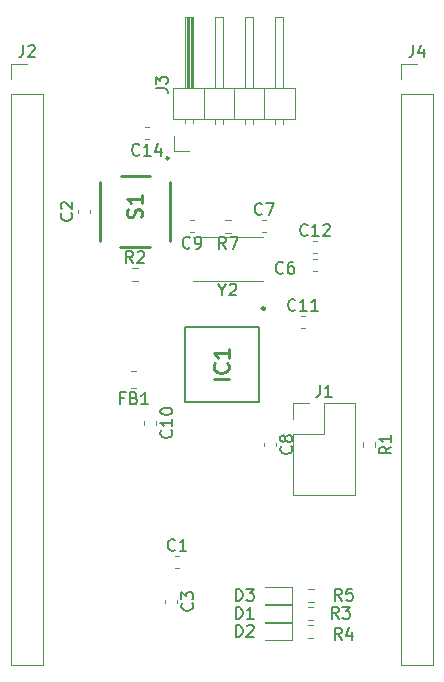
<source format=gbr>
%TF.GenerationSoftware,KiCad,Pcbnew,(5.1.9)-1*%
%TF.CreationDate,2021-02-22T18:11:06+01:00*%
%TF.ProjectId,bluePillG,626c7565-5069-46c6-9c47-2e6b69636164,rev?*%
%TF.SameCoordinates,Original*%
%TF.FileFunction,Legend,Top*%
%TF.FilePolarity,Positive*%
%FSLAX46Y46*%
G04 Gerber Fmt 4.6, Leading zero omitted, Abs format (unit mm)*
G04 Created by KiCad (PCBNEW (5.1.9)-1) date 2021-02-22 18:11:06*
%MOMM*%
%LPD*%
G01*
G04 APERTURE LIST*
%ADD10C,0.254000*%
%ADD11C,0.200000*%
%ADD12C,0.120000*%
%ADD13C,0.150000*%
G04 APERTURE END LIST*
D10*
%TO.C,S1*%
X65340005Y-52391665D02*
G75*
G03*
X65340005Y-52391665I-99335J0D01*
G01*
X59489000Y-54396000D02*
X59489000Y-59396000D01*
X63796330Y-59891000D02*
X61204670Y-59891000D01*
X63739670Y-53901000D02*
X61304000Y-53901000D01*
X65479000Y-54396000D02*
X65479000Y-59396000D01*
%TO.C,IC1*%
X73475000Y-65125000D02*
G75*
G03*
X73475000Y-65125000I-125000J0D01*
G01*
D11*
X66700000Y-66700000D02*
X73000000Y-66700000D01*
X66700000Y-73000000D02*
X66700000Y-66700000D01*
X73000000Y-73000000D02*
X66700000Y-73000000D01*
X73000000Y-66700000D02*
X73000000Y-73000000D01*
D12*
%TO.C,Y2*%
X73358000Y-59100000D02*
X67358000Y-59100000D01*
X73358000Y-62820000D02*
X67358000Y-62820000D01*
%TO.C,R7*%
X70595258Y-57643500D02*
X70120742Y-57643500D01*
X70595258Y-58688500D02*
X70120742Y-58688500D01*
%TO.C,R5*%
X77168742Y-89930500D02*
X77643258Y-89930500D01*
X77168742Y-88885500D02*
X77643258Y-88885500D01*
%TO.C,R4*%
X77105742Y-92978500D02*
X77580258Y-92978500D01*
X77105742Y-91933500D02*
X77580258Y-91933500D01*
%TO.C,R3*%
X77105742Y-91454500D02*
X77580258Y-91454500D01*
X77105742Y-90409500D02*
X77580258Y-90409500D01*
%TO.C,R2*%
X62246742Y-62752500D02*
X62721258Y-62752500D01*
X62246742Y-61707500D02*
X62721258Y-61707500D01*
%TO.C,R1*%
X81773500Y-76406742D02*
X81773500Y-76881258D01*
X82818500Y-76406742D02*
X82818500Y-76881258D01*
%TO.C,J4*%
X85030000Y-44390000D02*
X86360000Y-44390000D01*
X85030000Y-45720000D02*
X85030000Y-44390000D01*
X85030000Y-46990000D02*
X87690000Y-46990000D01*
X87690000Y-46990000D02*
X87690000Y-95310000D01*
X85030000Y-46990000D02*
X85030000Y-95310000D01*
X85030000Y-95310000D02*
X87690000Y-95310000D01*
%TO.C,J3*%
X65786000Y-51816000D02*
X65786000Y-50546000D01*
X67056000Y-51816000D02*
X65786000Y-51816000D01*
X75056000Y-49503071D02*
X75056000Y-49106000D01*
X74296000Y-49503071D02*
X74296000Y-49106000D01*
X75056000Y-40446000D02*
X75056000Y-46446000D01*
X74296000Y-40446000D02*
X75056000Y-40446000D01*
X74296000Y-46446000D02*
X74296000Y-40446000D01*
X73406000Y-49106000D02*
X73406000Y-46446000D01*
X72516000Y-49503071D02*
X72516000Y-49106000D01*
X71756000Y-49503071D02*
X71756000Y-49106000D01*
X72516000Y-40446000D02*
X72516000Y-46446000D01*
X71756000Y-40446000D02*
X72516000Y-40446000D01*
X71756000Y-46446000D02*
X71756000Y-40446000D01*
X70866000Y-49106000D02*
X70866000Y-46446000D01*
X69976000Y-49503071D02*
X69976000Y-49106000D01*
X69216000Y-49503071D02*
X69216000Y-49106000D01*
X69976000Y-40446000D02*
X69976000Y-46446000D01*
X69216000Y-40446000D02*
X69976000Y-40446000D01*
X69216000Y-46446000D02*
X69216000Y-40446000D01*
X68326000Y-49106000D02*
X68326000Y-46446000D01*
X67436000Y-49436000D02*
X67436000Y-49106000D01*
X66676000Y-49436000D02*
X66676000Y-49106000D01*
X67336000Y-46446000D02*
X67336000Y-40446000D01*
X67216000Y-46446000D02*
X67216000Y-40446000D01*
X67096000Y-46446000D02*
X67096000Y-40446000D01*
X66976000Y-46446000D02*
X66976000Y-40446000D01*
X66856000Y-46446000D02*
X66856000Y-40446000D01*
X66736000Y-46446000D02*
X66736000Y-40446000D01*
X67436000Y-40446000D02*
X67436000Y-46446000D01*
X66676000Y-40446000D02*
X67436000Y-40446000D01*
X66676000Y-46446000D02*
X66676000Y-40446000D01*
X65726000Y-46446000D02*
X65726000Y-49106000D01*
X76006000Y-46446000D02*
X65726000Y-46446000D01*
X76006000Y-49106000D02*
X76006000Y-46446000D01*
X65726000Y-49106000D02*
X76006000Y-49106000D01*
%TO.C,J2*%
X52010000Y-44390000D02*
X53340000Y-44390000D01*
X52010000Y-45720000D02*
X52010000Y-44390000D01*
X52010000Y-46990000D02*
X54670000Y-46990000D01*
X54670000Y-46990000D02*
X54670000Y-95310000D01*
X52010000Y-46990000D02*
X52010000Y-95310000D01*
X52010000Y-95310000D02*
X54670000Y-95310000D01*
%TO.C,J1*%
X75886000Y-73155500D02*
X77216000Y-73155500D01*
X75886000Y-74485500D02*
X75886000Y-73155500D01*
X78486000Y-73155500D02*
X81086000Y-73155500D01*
X78486000Y-75755500D02*
X78486000Y-73155500D01*
X75886000Y-75755500D02*
X78486000Y-75755500D01*
X81086000Y-73155500D02*
X81086000Y-80895500D01*
X75886000Y-75755500D02*
X75886000Y-80895500D01*
X75886000Y-80895500D02*
X81086000Y-80895500D01*
%TO.C,FB1*%
X62607564Y-70385000D02*
X62153436Y-70385000D01*
X62607564Y-71855000D02*
X62153436Y-71855000D01*
%TO.C,D3*%
X75805500Y-88673000D02*
X73520500Y-88673000D01*
X75805500Y-90143000D02*
X75805500Y-88673000D01*
X73520500Y-90143000D02*
X75805500Y-90143000D01*
%TO.C,D2*%
X75780000Y-91721000D02*
X73495000Y-91721000D01*
X75780000Y-93191000D02*
X75780000Y-91721000D01*
X73495000Y-93191000D02*
X75780000Y-93191000D01*
%TO.C,D1*%
X75780000Y-90197000D02*
X73495000Y-90197000D01*
X75780000Y-91667000D02*
X75780000Y-90197000D01*
X73495000Y-91667000D02*
X75780000Y-91667000D01*
%TO.C,C14*%
X63640580Y-49782000D02*
X63359420Y-49782000D01*
X63640580Y-50802000D02*
X63359420Y-50802000D01*
%TO.C,C12*%
X77596420Y-60454000D02*
X77877580Y-60454000D01*
X77596420Y-59434000D02*
X77877580Y-59434000D01*
%TO.C,C11*%
X76567420Y-66804000D02*
X76848580Y-66804000D01*
X76567420Y-65784000D02*
X76848580Y-65784000D01*
%TO.C,C10*%
X63244000Y-74662420D02*
X63244000Y-74943580D01*
X64264000Y-74662420D02*
X64264000Y-74943580D01*
%TO.C,C9*%
X67450580Y-57656000D02*
X67169420Y-57656000D01*
X67450580Y-58676000D02*
X67169420Y-58676000D01*
%TO.C,C8*%
X73404000Y-76490920D02*
X73404000Y-76772080D01*
X74424000Y-76490920D02*
X74424000Y-76772080D01*
%TO.C,C7*%
X73252420Y-58676000D02*
X73533580Y-58676000D01*
X73252420Y-57656000D02*
X73533580Y-57656000D01*
%TO.C,C6*%
X77570420Y-61978000D02*
X77851580Y-61978000D01*
X77570420Y-60958000D02*
X77851580Y-60958000D01*
%TO.C,C3*%
X65022000Y-89775420D02*
X65022000Y-90056580D01*
X66042000Y-89775420D02*
X66042000Y-90056580D01*
%TO.C,C2*%
X58676000Y-57036580D02*
X58676000Y-56755420D01*
X57656000Y-57036580D02*
X57656000Y-56755420D01*
%TO.C,C1*%
X65899420Y-87124000D02*
X66180580Y-87124000D01*
X65899420Y-86104000D02*
X66180580Y-86104000D01*
%TO.C,S1*%
D10*
X63007377Y-57409289D02*
X63067853Y-57227860D01*
X63067853Y-56925479D01*
X63007377Y-56804527D01*
X62946901Y-56744050D01*
X62825949Y-56683574D01*
X62704996Y-56683574D01*
X62584044Y-56744050D01*
X62523568Y-56804527D01*
X62463091Y-56925479D01*
X62402615Y-57167384D01*
X62342139Y-57288336D01*
X62281663Y-57348812D01*
X62160710Y-57409289D01*
X62039758Y-57409289D01*
X61918806Y-57348812D01*
X61858330Y-57288336D01*
X61797853Y-57167384D01*
X61797853Y-56865003D01*
X61858330Y-56683574D01*
X63067853Y-55474050D02*
X63067853Y-56199765D01*
X63067853Y-55836908D02*
X61797853Y-55836908D01*
X61979282Y-55957860D01*
X62100234Y-56078812D01*
X62160710Y-56199765D01*
%TO.C,IC1*%
X70424523Y-71089761D02*
X69154523Y-71089761D01*
X70303571Y-69759285D02*
X70364047Y-69819761D01*
X70424523Y-70001190D01*
X70424523Y-70122142D01*
X70364047Y-70303571D01*
X70243095Y-70424523D01*
X70122142Y-70485000D01*
X69880238Y-70545476D01*
X69698809Y-70545476D01*
X69456904Y-70485000D01*
X69335952Y-70424523D01*
X69215000Y-70303571D01*
X69154523Y-70122142D01*
X69154523Y-70001190D01*
X69215000Y-69819761D01*
X69275476Y-69759285D01*
X70424523Y-68549761D02*
X70424523Y-69275476D01*
X70424523Y-68912619D02*
X69154523Y-68912619D01*
X69335952Y-69033571D01*
X69456904Y-69154523D01*
X69517380Y-69275476D01*
%TO.C,Y2*%
D13*
X69881809Y-63536190D02*
X69881809Y-64012380D01*
X69548476Y-63012380D02*
X69881809Y-63536190D01*
X70215142Y-63012380D01*
X70500857Y-63107619D02*
X70548476Y-63060000D01*
X70643714Y-63012380D01*
X70881809Y-63012380D01*
X70977047Y-63060000D01*
X71024666Y-63107619D01*
X71072285Y-63202857D01*
X71072285Y-63298095D01*
X71024666Y-63440952D01*
X70453238Y-64012380D01*
X71072285Y-64012380D01*
%TO.C,R7*%
X70191333Y-60048380D02*
X69858000Y-59572190D01*
X69619904Y-60048380D02*
X69619904Y-59048380D01*
X70000857Y-59048380D01*
X70096095Y-59096000D01*
X70143714Y-59143619D01*
X70191333Y-59238857D01*
X70191333Y-59381714D01*
X70143714Y-59476952D01*
X70096095Y-59524571D01*
X70000857Y-59572190D01*
X69619904Y-59572190D01*
X70524666Y-59048380D02*
X71191333Y-59048380D01*
X70762761Y-60048380D01*
%TO.C,R5*%
X79970333Y-89860380D02*
X79637000Y-89384190D01*
X79398904Y-89860380D02*
X79398904Y-88860380D01*
X79779857Y-88860380D01*
X79875095Y-88908000D01*
X79922714Y-88955619D01*
X79970333Y-89050857D01*
X79970333Y-89193714D01*
X79922714Y-89288952D01*
X79875095Y-89336571D01*
X79779857Y-89384190D01*
X79398904Y-89384190D01*
X80875095Y-88860380D02*
X80398904Y-88860380D01*
X80351285Y-89336571D01*
X80398904Y-89288952D01*
X80494142Y-89241333D01*
X80732238Y-89241333D01*
X80827476Y-89288952D01*
X80875095Y-89336571D01*
X80922714Y-89431809D01*
X80922714Y-89669904D01*
X80875095Y-89765142D01*
X80827476Y-89812761D01*
X80732238Y-89860380D01*
X80494142Y-89860380D01*
X80398904Y-89812761D01*
X80351285Y-89765142D01*
%TO.C,R4*%
X79970333Y-93162380D02*
X79637000Y-92686190D01*
X79398904Y-93162380D02*
X79398904Y-92162380D01*
X79779857Y-92162380D01*
X79875095Y-92210000D01*
X79922714Y-92257619D01*
X79970333Y-92352857D01*
X79970333Y-92495714D01*
X79922714Y-92590952D01*
X79875095Y-92638571D01*
X79779857Y-92686190D01*
X79398904Y-92686190D01*
X80827476Y-92495714D02*
X80827476Y-93162380D01*
X80589380Y-92114761D02*
X80351285Y-92829047D01*
X80970333Y-92829047D01*
%TO.C,R3*%
X79716333Y-91384380D02*
X79383000Y-90908190D01*
X79144904Y-91384380D02*
X79144904Y-90384380D01*
X79525857Y-90384380D01*
X79621095Y-90432000D01*
X79668714Y-90479619D01*
X79716333Y-90574857D01*
X79716333Y-90717714D01*
X79668714Y-90812952D01*
X79621095Y-90860571D01*
X79525857Y-90908190D01*
X79144904Y-90908190D01*
X80049666Y-90384380D02*
X80668714Y-90384380D01*
X80335380Y-90765333D01*
X80478238Y-90765333D01*
X80573476Y-90812952D01*
X80621095Y-90860571D01*
X80668714Y-90955809D01*
X80668714Y-91193904D01*
X80621095Y-91289142D01*
X80573476Y-91336761D01*
X80478238Y-91384380D01*
X80192523Y-91384380D01*
X80097285Y-91336761D01*
X80049666Y-91289142D01*
%TO.C,R2*%
X62317333Y-61252380D02*
X61984000Y-60776190D01*
X61745904Y-61252380D02*
X61745904Y-60252380D01*
X62126857Y-60252380D01*
X62222095Y-60300000D01*
X62269714Y-60347619D01*
X62317333Y-60442857D01*
X62317333Y-60585714D01*
X62269714Y-60680952D01*
X62222095Y-60728571D01*
X62126857Y-60776190D01*
X61745904Y-60776190D01*
X62698285Y-60347619D02*
X62745904Y-60300000D01*
X62841142Y-60252380D01*
X63079238Y-60252380D01*
X63174476Y-60300000D01*
X63222095Y-60347619D01*
X63269714Y-60442857D01*
X63269714Y-60538095D01*
X63222095Y-60680952D01*
X62650666Y-61252380D01*
X63269714Y-61252380D01*
%TO.C,R1*%
X84178380Y-76810666D02*
X83702190Y-77144000D01*
X84178380Y-77382095D02*
X83178380Y-77382095D01*
X83178380Y-77001142D01*
X83226000Y-76905904D01*
X83273619Y-76858285D01*
X83368857Y-76810666D01*
X83511714Y-76810666D01*
X83606952Y-76858285D01*
X83654571Y-76905904D01*
X83702190Y-77001142D01*
X83702190Y-77382095D01*
X84178380Y-75858285D02*
X84178380Y-76429714D01*
X84178380Y-76144000D02*
X83178380Y-76144000D01*
X83321238Y-76239238D01*
X83416476Y-76334476D01*
X83464095Y-76429714D01*
%TO.C,J4*%
X86026666Y-42842380D02*
X86026666Y-43556666D01*
X85979047Y-43699523D01*
X85883809Y-43794761D01*
X85740952Y-43842380D01*
X85645714Y-43842380D01*
X86931428Y-43175714D02*
X86931428Y-43842380D01*
X86693333Y-42794761D02*
X86455238Y-43509047D01*
X87074285Y-43509047D01*
%TO.C,J3*%
X64238380Y-46494333D02*
X64952666Y-46494333D01*
X65095523Y-46541952D01*
X65190761Y-46637190D01*
X65238380Y-46780047D01*
X65238380Y-46875285D01*
X64238380Y-46113380D02*
X64238380Y-45494333D01*
X64619333Y-45827666D01*
X64619333Y-45684809D01*
X64666952Y-45589571D01*
X64714571Y-45541952D01*
X64809809Y-45494333D01*
X65047904Y-45494333D01*
X65143142Y-45541952D01*
X65190761Y-45589571D01*
X65238380Y-45684809D01*
X65238380Y-45970523D01*
X65190761Y-46065761D01*
X65143142Y-46113380D01*
%TO.C,J2*%
X53006666Y-42842380D02*
X53006666Y-43556666D01*
X52959047Y-43699523D01*
X52863809Y-43794761D01*
X52720952Y-43842380D01*
X52625714Y-43842380D01*
X53435238Y-42937619D02*
X53482857Y-42890000D01*
X53578095Y-42842380D01*
X53816190Y-42842380D01*
X53911428Y-42890000D01*
X53959047Y-42937619D01*
X54006666Y-43032857D01*
X54006666Y-43128095D01*
X53959047Y-43270952D01*
X53387619Y-43842380D01*
X54006666Y-43842380D01*
%TO.C,J1*%
X78152666Y-71607880D02*
X78152666Y-72322166D01*
X78105047Y-72465023D01*
X78009809Y-72560261D01*
X77866952Y-72607880D01*
X77771714Y-72607880D01*
X79152666Y-72607880D02*
X78581238Y-72607880D01*
X78866952Y-72607880D02*
X78866952Y-71607880D01*
X78771714Y-71750738D01*
X78676476Y-71845976D01*
X78581238Y-71893595D01*
%TO.C,FB1*%
X61547166Y-72698571D02*
X61213833Y-72698571D01*
X61213833Y-73222380D02*
X61213833Y-72222380D01*
X61690023Y-72222380D01*
X62404309Y-72698571D02*
X62547166Y-72746190D01*
X62594785Y-72793809D01*
X62642404Y-72889047D01*
X62642404Y-73031904D01*
X62594785Y-73127142D01*
X62547166Y-73174761D01*
X62451928Y-73222380D01*
X62070976Y-73222380D01*
X62070976Y-72222380D01*
X62404309Y-72222380D01*
X62499547Y-72270000D01*
X62547166Y-72317619D01*
X62594785Y-72412857D01*
X62594785Y-72508095D01*
X62547166Y-72603333D01*
X62499547Y-72650952D01*
X62404309Y-72698571D01*
X62070976Y-72698571D01*
X63594785Y-73222380D02*
X63023357Y-73222380D01*
X63309071Y-73222380D02*
X63309071Y-72222380D01*
X63213833Y-72365238D01*
X63118595Y-72460476D01*
X63023357Y-72508095D01*
%TO.C,D3*%
X71016904Y-89860380D02*
X71016904Y-88860380D01*
X71255000Y-88860380D01*
X71397857Y-88908000D01*
X71493095Y-89003238D01*
X71540714Y-89098476D01*
X71588333Y-89288952D01*
X71588333Y-89431809D01*
X71540714Y-89622285D01*
X71493095Y-89717523D01*
X71397857Y-89812761D01*
X71255000Y-89860380D01*
X71016904Y-89860380D01*
X71921666Y-88860380D02*
X72540714Y-88860380D01*
X72207380Y-89241333D01*
X72350238Y-89241333D01*
X72445476Y-89288952D01*
X72493095Y-89336571D01*
X72540714Y-89431809D01*
X72540714Y-89669904D01*
X72493095Y-89765142D01*
X72445476Y-89812761D01*
X72350238Y-89860380D01*
X72064523Y-89860380D01*
X71969285Y-89812761D01*
X71921666Y-89765142D01*
%TO.C,D2*%
X71016904Y-92908380D02*
X71016904Y-91908380D01*
X71255000Y-91908380D01*
X71397857Y-91956000D01*
X71493095Y-92051238D01*
X71540714Y-92146476D01*
X71588333Y-92336952D01*
X71588333Y-92479809D01*
X71540714Y-92670285D01*
X71493095Y-92765523D01*
X71397857Y-92860761D01*
X71255000Y-92908380D01*
X71016904Y-92908380D01*
X71969285Y-92003619D02*
X72016904Y-91956000D01*
X72112142Y-91908380D01*
X72350238Y-91908380D01*
X72445476Y-91956000D01*
X72493095Y-92003619D01*
X72540714Y-92098857D01*
X72540714Y-92194095D01*
X72493095Y-92336952D01*
X71921666Y-92908380D01*
X72540714Y-92908380D01*
%TO.C,D1*%
X71016904Y-91384380D02*
X71016904Y-90384380D01*
X71255000Y-90384380D01*
X71397857Y-90432000D01*
X71493095Y-90527238D01*
X71540714Y-90622476D01*
X71588333Y-90812952D01*
X71588333Y-90955809D01*
X71540714Y-91146285D01*
X71493095Y-91241523D01*
X71397857Y-91336761D01*
X71255000Y-91384380D01*
X71016904Y-91384380D01*
X72540714Y-91384380D02*
X71969285Y-91384380D01*
X72255000Y-91384380D02*
X72255000Y-90384380D01*
X72159761Y-90527238D01*
X72064523Y-90622476D01*
X71969285Y-90670095D01*
%TO.C,C14*%
X62857142Y-52079142D02*
X62809523Y-52126761D01*
X62666666Y-52174380D01*
X62571428Y-52174380D01*
X62428571Y-52126761D01*
X62333333Y-52031523D01*
X62285714Y-51936285D01*
X62238095Y-51745809D01*
X62238095Y-51602952D01*
X62285714Y-51412476D01*
X62333333Y-51317238D01*
X62428571Y-51222000D01*
X62571428Y-51174380D01*
X62666666Y-51174380D01*
X62809523Y-51222000D01*
X62857142Y-51269619D01*
X63809523Y-52174380D02*
X63238095Y-52174380D01*
X63523809Y-52174380D02*
X63523809Y-51174380D01*
X63428571Y-51317238D01*
X63333333Y-51412476D01*
X63238095Y-51460095D01*
X64666666Y-51507714D02*
X64666666Y-52174380D01*
X64428571Y-51126761D02*
X64190476Y-51841047D01*
X64809523Y-51841047D01*
%TO.C,C12*%
X77094142Y-58871142D02*
X77046523Y-58918761D01*
X76903666Y-58966380D01*
X76808428Y-58966380D01*
X76665571Y-58918761D01*
X76570333Y-58823523D01*
X76522714Y-58728285D01*
X76475095Y-58537809D01*
X76475095Y-58394952D01*
X76522714Y-58204476D01*
X76570333Y-58109238D01*
X76665571Y-58014000D01*
X76808428Y-57966380D01*
X76903666Y-57966380D01*
X77046523Y-58014000D01*
X77094142Y-58061619D01*
X78046523Y-58966380D02*
X77475095Y-58966380D01*
X77760809Y-58966380D02*
X77760809Y-57966380D01*
X77665571Y-58109238D01*
X77570333Y-58204476D01*
X77475095Y-58252095D01*
X78427476Y-58061619D02*
X78475095Y-58014000D01*
X78570333Y-57966380D01*
X78808428Y-57966380D01*
X78903666Y-58014000D01*
X78951285Y-58061619D01*
X78998904Y-58156857D01*
X78998904Y-58252095D01*
X78951285Y-58394952D01*
X78379857Y-58966380D01*
X78998904Y-58966380D01*
%TO.C,C11*%
X76065142Y-65221142D02*
X76017523Y-65268761D01*
X75874666Y-65316380D01*
X75779428Y-65316380D01*
X75636571Y-65268761D01*
X75541333Y-65173523D01*
X75493714Y-65078285D01*
X75446095Y-64887809D01*
X75446095Y-64744952D01*
X75493714Y-64554476D01*
X75541333Y-64459238D01*
X75636571Y-64364000D01*
X75779428Y-64316380D01*
X75874666Y-64316380D01*
X76017523Y-64364000D01*
X76065142Y-64411619D01*
X77017523Y-65316380D02*
X76446095Y-65316380D01*
X76731809Y-65316380D02*
X76731809Y-64316380D01*
X76636571Y-64459238D01*
X76541333Y-64554476D01*
X76446095Y-64602095D01*
X77969904Y-65316380D02*
X77398476Y-65316380D01*
X77684190Y-65316380D02*
X77684190Y-64316380D01*
X77588952Y-64459238D01*
X77493714Y-64554476D01*
X77398476Y-64602095D01*
%TO.C,C10*%
X65541142Y-75445857D02*
X65588761Y-75493476D01*
X65636380Y-75636333D01*
X65636380Y-75731571D01*
X65588761Y-75874428D01*
X65493523Y-75969666D01*
X65398285Y-76017285D01*
X65207809Y-76064904D01*
X65064952Y-76064904D01*
X64874476Y-76017285D01*
X64779238Y-75969666D01*
X64684000Y-75874428D01*
X64636380Y-75731571D01*
X64636380Y-75636333D01*
X64684000Y-75493476D01*
X64731619Y-75445857D01*
X65636380Y-74493476D02*
X65636380Y-75064904D01*
X65636380Y-74779190D02*
X64636380Y-74779190D01*
X64779238Y-74874428D01*
X64874476Y-74969666D01*
X64922095Y-75064904D01*
X64636380Y-73874428D02*
X64636380Y-73779190D01*
X64684000Y-73683952D01*
X64731619Y-73636333D01*
X64826857Y-73588714D01*
X65017333Y-73541095D01*
X65255428Y-73541095D01*
X65445904Y-73588714D01*
X65541142Y-73636333D01*
X65588761Y-73683952D01*
X65636380Y-73779190D01*
X65636380Y-73874428D01*
X65588761Y-73969666D01*
X65541142Y-74017285D01*
X65445904Y-74064904D01*
X65255428Y-74112523D01*
X65017333Y-74112523D01*
X64826857Y-74064904D01*
X64731619Y-74017285D01*
X64684000Y-73969666D01*
X64636380Y-73874428D01*
%TO.C,C9*%
X67143333Y-59953142D02*
X67095714Y-60000761D01*
X66952857Y-60048380D01*
X66857619Y-60048380D01*
X66714761Y-60000761D01*
X66619523Y-59905523D01*
X66571904Y-59810285D01*
X66524285Y-59619809D01*
X66524285Y-59476952D01*
X66571904Y-59286476D01*
X66619523Y-59191238D01*
X66714761Y-59096000D01*
X66857619Y-59048380D01*
X66952857Y-59048380D01*
X67095714Y-59096000D01*
X67143333Y-59143619D01*
X67619523Y-60048380D02*
X67810000Y-60048380D01*
X67905238Y-60000761D01*
X67952857Y-59953142D01*
X68048095Y-59810285D01*
X68095714Y-59619809D01*
X68095714Y-59238857D01*
X68048095Y-59143619D01*
X68000476Y-59096000D01*
X67905238Y-59048380D01*
X67714761Y-59048380D01*
X67619523Y-59096000D01*
X67571904Y-59143619D01*
X67524285Y-59238857D01*
X67524285Y-59476952D01*
X67571904Y-59572190D01*
X67619523Y-59619809D01*
X67714761Y-59667428D01*
X67905238Y-59667428D01*
X68000476Y-59619809D01*
X68048095Y-59572190D01*
X68095714Y-59476952D01*
%TO.C,C8*%
X75701142Y-76798166D02*
X75748761Y-76845785D01*
X75796380Y-76988642D01*
X75796380Y-77083880D01*
X75748761Y-77226738D01*
X75653523Y-77321976D01*
X75558285Y-77369595D01*
X75367809Y-77417214D01*
X75224952Y-77417214D01*
X75034476Y-77369595D01*
X74939238Y-77321976D01*
X74844000Y-77226738D01*
X74796380Y-77083880D01*
X74796380Y-76988642D01*
X74844000Y-76845785D01*
X74891619Y-76798166D01*
X75224952Y-76226738D02*
X75177333Y-76321976D01*
X75129714Y-76369595D01*
X75034476Y-76417214D01*
X74986857Y-76417214D01*
X74891619Y-76369595D01*
X74844000Y-76321976D01*
X74796380Y-76226738D01*
X74796380Y-76036261D01*
X74844000Y-75941023D01*
X74891619Y-75893404D01*
X74986857Y-75845785D01*
X75034476Y-75845785D01*
X75129714Y-75893404D01*
X75177333Y-75941023D01*
X75224952Y-76036261D01*
X75224952Y-76226738D01*
X75272571Y-76321976D01*
X75320190Y-76369595D01*
X75415428Y-76417214D01*
X75605904Y-76417214D01*
X75701142Y-76369595D01*
X75748761Y-76321976D01*
X75796380Y-76226738D01*
X75796380Y-76036261D01*
X75748761Y-75941023D01*
X75701142Y-75893404D01*
X75605904Y-75845785D01*
X75415428Y-75845785D01*
X75320190Y-75893404D01*
X75272571Y-75941023D01*
X75224952Y-76036261D01*
%TO.C,C7*%
X73226333Y-57093142D02*
X73178714Y-57140761D01*
X73035857Y-57188380D01*
X72940619Y-57188380D01*
X72797761Y-57140761D01*
X72702523Y-57045523D01*
X72654904Y-56950285D01*
X72607285Y-56759809D01*
X72607285Y-56616952D01*
X72654904Y-56426476D01*
X72702523Y-56331238D01*
X72797761Y-56236000D01*
X72940619Y-56188380D01*
X73035857Y-56188380D01*
X73178714Y-56236000D01*
X73226333Y-56283619D01*
X73559666Y-56188380D02*
X74226333Y-56188380D01*
X73797761Y-57188380D01*
%TO.C,C6*%
X75017333Y-62079142D02*
X74969714Y-62126761D01*
X74826857Y-62174380D01*
X74731619Y-62174380D01*
X74588761Y-62126761D01*
X74493523Y-62031523D01*
X74445904Y-61936285D01*
X74398285Y-61745809D01*
X74398285Y-61602952D01*
X74445904Y-61412476D01*
X74493523Y-61317238D01*
X74588761Y-61222000D01*
X74731619Y-61174380D01*
X74826857Y-61174380D01*
X74969714Y-61222000D01*
X75017333Y-61269619D01*
X75874476Y-61174380D02*
X75684000Y-61174380D01*
X75588761Y-61222000D01*
X75541142Y-61269619D01*
X75445904Y-61412476D01*
X75398285Y-61602952D01*
X75398285Y-61983904D01*
X75445904Y-62079142D01*
X75493523Y-62126761D01*
X75588761Y-62174380D01*
X75779238Y-62174380D01*
X75874476Y-62126761D01*
X75922095Y-62079142D01*
X75969714Y-61983904D01*
X75969714Y-61745809D01*
X75922095Y-61650571D01*
X75874476Y-61602952D01*
X75779238Y-61555333D01*
X75588761Y-61555333D01*
X75493523Y-61602952D01*
X75445904Y-61650571D01*
X75398285Y-61745809D01*
%TO.C,C3*%
X67319142Y-90082666D02*
X67366761Y-90130285D01*
X67414380Y-90273142D01*
X67414380Y-90368380D01*
X67366761Y-90511238D01*
X67271523Y-90606476D01*
X67176285Y-90654095D01*
X66985809Y-90701714D01*
X66842952Y-90701714D01*
X66652476Y-90654095D01*
X66557238Y-90606476D01*
X66462000Y-90511238D01*
X66414380Y-90368380D01*
X66414380Y-90273142D01*
X66462000Y-90130285D01*
X66509619Y-90082666D01*
X66414380Y-89749333D02*
X66414380Y-89130285D01*
X66795333Y-89463619D01*
X66795333Y-89320761D01*
X66842952Y-89225523D01*
X66890571Y-89177904D01*
X66985809Y-89130285D01*
X67223904Y-89130285D01*
X67319142Y-89177904D01*
X67366761Y-89225523D01*
X67414380Y-89320761D01*
X67414380Y-89606476D01*
X67366761Y-89701714D01*
X67319142Y-89749333D01*
%TO.C,C2*%
X57093142Y-57062666D02*
X57140761Y-57110285D01*
X57188380Y-57253142D01*
X57188380Y-57348380D01*
X57140761Y-57491238D01*
X57045523Y-57586476D01*
X56950285Y-57634095D01*
X56759809Y-57681714D01*
X56616952Y-57681714D01*
X56426476Y-57634095D01*
X56331238Y-57586476D01*
X56236000Y-57491238D01*
X56188380Y-57348380D01*
X56188380Y-57253142D01*
X56236000Y-57110285D01*
X56283619Y-57062666D01*
X56283619Y-56681714D02*
X56236000Y-56634095D01*
X56188380Y-56538857D01*
X56188380Y-56300761D01*
X56236000Y-56205523D01*
X56283619Y-56157904D01*
X56378857Y-56110285D01*
X56474095Y-56110285D01*
X56616952Y-56157904D01*
X57188380Y-56729333D01*
X57188380Y-56110285D01*
%TO.C,C1*%
X65873333Y-85541142D02*
X65825714Y-85588761D01*
X65682857Y-85636380D01*
X65587619Y-85636380D01*
X65444761Y-85588761D01*
X65349523Y-85493523D01*
X65301904Y-85398285D01*
X65254285Y-85207809D01*
X65254285Y-85064952D01*
X65301904Y-84874476D01*
X65349523Y-84779238D01*
X65444761Y-84684000D01*
X65587619Y-84636380D01*
X65682857Y-84636380D01*
X65825714Y-84684000D01*
X65873333Y-84731619D01*
X66825714Y-85636380D02*
X66254285Y-85636380D01*
X66540000Y-85636380D02*
X66540000Y-84636380D01*
X66444761Y-84779238D01*
X66349523Y-84874476D01*
X66254285Y-84922095D01*
%TD*%
M02*

</source>
